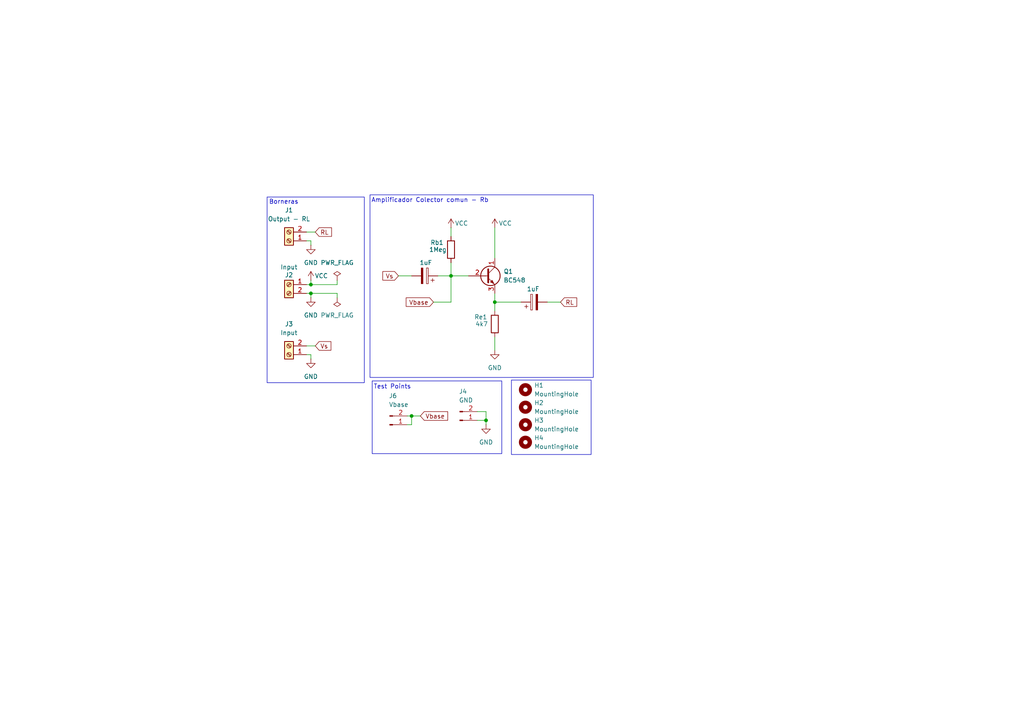
<source format=kicad_sch>
(kicad_sch (version 20231120) (generator "eeschema") (generator_version "8.0")
  (paper "A4")
  (lib_symbols
    (symbol "Connector:Conn_01x02_Pin" (pin_names (offset 1.016) hide)
      (property "Reference" "J" (at 0 2.54 0))
      (property "Value" "Conn_01x02_Pin" (at 0 -5.08 0))
      (symbol "Conn_01x02_Pin_1_1"
        (polyline (pts (xy 1.27 -2.54) (xy 0.8636 -2.54)) (stroke (width 0.1524)))
        (polyline (pts (xy 1.27 0) (xy 0.8636 0)) (stroke (width 0.1524)))
        (rectangle (start 0.8636 -2.413) (end 0 -2.667) (stroke (width 0.1524)) (fill (type outline)))
        (rectangle (start 0.8636 0.127) (end 0 -0.127) (stroke (width 0.1524)) (fill (type outline)))
        (pin passive line (at 5.08 0 180) (length 3.81) (name "Pin_1") (number "1"))
        (pin passive line (at 5.08 -2.54 180) (length 3.81) (name "Pin_2") (number "2"))
      )
    )
    (symbol "Connector:Screw_Terminal_01x02" (pin_names (offset 1.016) hide)
      (property "Reference" "J" (at 0 2.54 0))
      (property "Value" "Screw_Terminal_01x02" (at 0 -5.08 0))
      (symbol "Screw_Terminal_01x02_1_1"
        (rectangle (start -1.27 1.27) (end 1.27 -3.81) (stroke (width 0.254)) (fill (type background)))
        (circle (center 0 -2.54) (radius 0.635) (stroke (width 0.1524)))
        (polyline (pts (xy -0.5334 -2.2098) (xy 0.3302 -3.048)) (stroke (width 0.1524)))
        (polyline (pts (xy -0.5334 0.3302) (xy 0.3302 -0.508)) (stroke (width 0.1524)))
        (polyline (pts (xy -0.3556 -2.032) (xy 0.508 -2.8702)) (stroke (width 0.1524)))
        (polyline (pts (xy -0.3556 0.508) (xy 0.508 -0.3302)) (stroke (width 0.1524)))
        (circle (center 0 0) (radius 0.635) (stroke (width 0.1524)))
        (pin passive line (at -5.08 0 0) (length 3.81) (name "Pin_1") (number "1"))
        (pin passive line (at -5.08 -2.54 0) (length 3.81) (name "Pin_2") (number "2"))
      )
    )
    (symbol "Device:C_Polarized" (pin_numbers hide) (pin_names (offset 0.254))
      (property "Reference" "C" (at 0.635 2.54 0))
      (property "Value" "C_Polarized" (at 0.635 -2.54 0))
      (symbol "C_Polarized_0_1"
        (rectangle (start -2.286 0.508) (end 2.286 1.016))
        (polyline (pts (xy -1.778 2.286) (xy -0.762 2.286)))
        (polyline (pts (xy -1.27 2.794) (xy -1.27 1.778)))
        (rectangle (start 2.286 -0.508) (end -2.286 -1.016) (fill (type outline)))
      )
      (symbol "C_Polarized_1_1"
        (pin passive line (at 0 3.81 270) (length 2.794) (name "~") (number "1"))
        (pin passive line (at 0 -3.81 90) (length 2.794) (name "~") (number "2"))
      )
    )
    (symbol "Device:R" (pin_numbers hide) (pin_names (offset 0))
      (property "Reference" "R" (at 2.032 0 90))
      (property "Value" "R" (at 0 0 90))
      (symbol "R_0_1"
        (rectangle (start -1.016 -2.54) (end 1.016 2.54) (stroke (width 0.254)))
      )
      (symbol "R_1_1"
        (pin passive line (at 0 3.81 270) (length 1.27) (name "~") (number "1"))
        (pin passive line (at 0 -3.81 90) (length 1.27) (name "~") (number "2"))
      )
    )
    (symbol "Mechanical:MountingHole" (pin_names (offset 1.016)) (exclude_from_sim yes) (in_bom no)
      (property "Reference" "H" (at 0 5.08 0))
      (property "Value" "MountingHole" (at 0 3.175 0))
      (symbol "MountingHole_0_1"
        (circle (center 0 0) (radius 1.27) (stroke (width 1.27)))
      )
    )
    (symbol "Transistor_BJT:BC548" (pin_names (offset 0) hide)
      (property "Reference" "Q" (at 5.08 1.905 0))
      (property "Value" "BC548" (at 5.08 0 0))
      (symbol "BC548_0_1"
        (polyline (pts (xy 0 0) (xy 0.635 0)))
        (polyline (pts (xy 0.635 0.635) (xy 2.54 2.54)))
        (polyline (pts (xy 0.635 -0.635) (xy 2.54 -2.54) (xy 2.54 -2.54)))
        (polyline (pts (xy 0.635 1.905) (xy 0.635 -1.905) (xy 0.635 -1.905)) (stroke (width 0.508)))
        (polyline (pts (xy 1.27 -1.778) (xy 1.778 -1.27) (xy 2.286 -2.286) (xy 1.27 -1.778) (xy 1.27 -1.778)) (fill (type outline)))
        (circle (center 1.27 0) (radius 2.8194) (stroke (width 0.254)))
      )
      (symbol "BC548_1_1"
        (pin passive line (at 2.54 5.08 270) (length 2.54) (name "C") (number "1"))
        (pin input line (at -5.08 0 0) (length 5.08) (name "B") (number "2"))
        (pin passive line (at 2.54 -5.08 90) (length 2.54) (name "E") (number "3"))
      )
    )
    (symbol "power:GND" (power) (pin_numbers hide) (pin_names (offset 0) hide)
      (property "Value" "GND" (at 0 -3.81 0))
      (symbol "GND_0_1"
        (polyline (pts (xy 0 0) (xy 0 -1.27) (xy 1.27 -1.27) (xy 0 -2.54) (xy -1.27 -1.27) (xy 0 -1.27)))
      )
      (symbol "GND_1_1"
        (pin power_in line (at 0 0 270) (length 0) (name "~") (number "1"))
      )
    )
    (symbol "power:PWR_FLAG" (power) (pin_numbers hide) (pin_names (offset 0) hide)
      (property "Value" "PWR_FLAG" (at 0 3.81 0))
      (symbol "PWR_FLAG_0_0"
        (pin power_out line (at 0 0 90) (length 0) (name "~") (number "1"))
      )
      (symbol "PWR_FLAG_0_1"
        (polyline (pts (xy 0 0) (xy 0 1.27) (xy -1.016 1.905) (xy 0 2.54) (xy 1.016 1.905) (xy 0 1.27)))
      )
    )
    (symbol "power:VCC" (power) (pin_numbers hide) (pin_names (offset 0) hide)
      (property "Value" "VCC" (at 0 3.556 0))
      (symbol "VCC_0_1"
        (polyline (pts (xy -0.762 1.27) (xy 0 2.54)))
        (polyline (pts (xy 0 0) (xy 0 2.54)))
        (polyline (pts (xy 0 2.54) (xy 0.762 1.27)))
      )
      (symbol "VCC_1_1"
        (pin power_in line (at 0 0 90) (length 0) (name "~") (number "1"))
      )
    )
  )
  (junction (at 130.81 80.01))
  (junction (at 119.38 120.65))
  (junction (at 90.17 82.55))
  (junction (at 90.17 85.09))
  (junction (at 143.51 87.63))
  (junction (at 140.97 121.92))
  (wire (pts (xy 143.51 85.09) (xy 143.51 87.63)))
  (wire (pts (xy 88.9 100.33) (xy 91.44 100.33)))
  (wire (pts (xy 88.9 67.31) (xy 91.44 67.31)))
  (wire (pts (xy 130.81 66.04) (xy 130.81 68.58)))
  (wire (pts (xy 158.75 87.63) (xy 162.56 87.63)))
  (wire (pts (xy 143.51 87.63) (xy 143.51 90.17)))
  (wire (pts (xy 138.43 119.38) (xy 140.97 119.38)))
  (wire (pts (xy 97.79 82.55) (xy 97.79 81.28)))
  (wire (pts (xy 88.9 102.87) (xy 90.17 102.87)))
  (wire (pts (xy 88.9 82.55) (xy 90.17 82.55)))
  (wire (pts (xy 143.51 87.63) (xy 151.13 87.63)))
  (wire (pts (xy 90.17 69.85) (xy 88.9 69.85)))
  (wire (pts (xy 140.97 121.92) (xy 140.97 123.19)))
  (wire (pts (xy 130.81 87.63) (xy 130.81 80.01)))
  (wire (pts (xy 140.97 119.38) (xy 140.97 121.92)))
  (wire (pts (xy 130.81 76.2) (xy 130.81 80.01)))
  (wire (pts (xy 88.9 85.09) (xy 90.17 85.09)))
  (wire (pts (xy 119.38 120.65) (xy 121.92 120.65)))
  (wire (pts (xy 90.17 71.12) (xy 90.17 69.85)))
  (wire (pts (xy 90.17 85.09) (xy 97.79 85.09)))
  (wire (pts (xy 118.11 123.19) (xy 119.38 123.19)))
  (wire (pts (xy 143.51 66.04) (xy 143.51 74.93)))
  (wire (pts (xy 97.79 85.09) (xy 97.79 86.36)))
  (wire (pts (xy 130.81 80.01) (xy 135.89 80.01)))
  (wire (pts (xy 119.38 123.19) (xy 119.38 120.65)))
  (wire (pts (xy 90.17 82.55) (xy 97.79 82.55)))
  (wire (pts (xy 90.17 82.55) (xy 90.17 81.28)))
  (wire (pts (xy 115.57 80.01) (xy 119.38 80.01)))
  (wire (pts (xy 127 80.01) (xy 130.81 80.01)))
  (wire (pts (xy 143.51 97.79) (xy 143.51 101.6)))
  (wire (pts (xy 90.17 102.87) (xy 90.17 104.14)))
  (wire (pts (xy 138.43 121.92) (xy 140.97 121.92)))
  (wire (pts (xy 118.11 120.65) (xy 119.38 120.65)))
  (wire (pts (xy 90.17 85.09) (xy 90.17 86.36)))
  (wire (pts (xy 125.73 87.63) (xy 130.81 87.63)))
  (rectangle (start 107.95 110.49) (end 145.542 131.572))
  (rectangle (start 148.336 110.236) (end 171.45 131.826))
  (rectangle (start 77.47 57.15) (end 105.664 110.998))
  (rectangle (start 107.315 56.515) (end 172.085 109.474))
  (text "Test Points" (at 113.792 112.268 0) (effects (font (size 1.27 1.27))))
  (text "Amplificador Colector comun - Rb\n" (at 124.714 58.166 0) (effects (font (size 1.27 1.27))))
  (text "Borneras" (at 82.296 58.674 0) (effects (font (size 1.27 1.27))))
  (global_label "Vs" (shape input) (at 115.57 80.01 180) (property "Intersheetrefs" "${INTERSHEET_REFS}" (effects (hide yes))))
  (global_label "RL" (shape input) (at 91.44 67.31 0) (property "Intersheetrefs" "${INTERSHEET_REFS}" (effects (hide yes))))
  (global_label "Vs" (shape input) (at 91.44 100.33 0) (property "Intersheetrefs" "${INTERSHEET_REFS}" (effects (hide yes))))
  (global_label "RL" (shape input) (at 162.56 87.63 0) (property "Intersheetrefs" "${INTERSHEET_REFS}" (effects (hide yes))))
  (global_label "Vbase" (shape input) (at 125.73 87.63 180) (property "Intersheetrefs" "${INTERSHEET_REFS}" (effects (hide yes))))
  (global_label "Vbase" (shape input) (at 121.92 120.65 0) (property "Intersheetrefs" "${INTERSHEET_REFS}" (effects (hide yes))))
  (symbol (lib_id "Mechanical:MountingHole") (at 152.4 128.27 0) (unit 1) (exclude_from_sim yes) (in_bom no)
    (property "Reference" "H4" (at 154.94 126.9999 0) (effects (justify left)))
    (property "Value" "MountingHole" (at 154.94 129.5399 0) (effects (justify left)))
    (property "Footprint" "MountingHole:MountingHole_3.2mm_M3" (effects (hide yes)))
    (property "Description" "Mounting Hole without connection" (effects (hide yes)))
  )
  (symbol (lib_id "Connector:Screw_Terminal_01x02") (at 83.82 102.87 180) (unit 1)
    (property "Reference" "J3" (at 83.82 93.98 0))
    (property "Value" "Input" (at 83.82 96.52 0))
    (property "Footprint" "TerminalBlock:TerminalBlock_bornier-2_P5.08mm" (effects (hide yes)))
    (property "Description" "Generic screw terminal, single row, 01x02, script generated (kicad-library-utils/schlib/autogen/connector/)" (effects (hide yes)))
  )
  (symbol (lib_id "Mechanical:MountingHole") (at 152.4 118.11 0) (unit 1) (exclude_from_sim yes) (in_bom no)
    (property "Reference" "H2" (at 154.94 116.8399 0) (effects (justify left)))
    (property "Value" "MountingHole" (at 154.94 119.3799 0) (effects (justify left)))
    (property "Footprint" "MountingHole:MountingHole_3.2mm_M3" (effects (hide yes)))
    (property "Description" "Mounting Hole without connection" (effects (hide yes)))
  )
  (symbol (lib_id "Connector:Screw_Terminal_01x02") (at 83.82 82.55 0) (mirror y) (unit 1)
    (property "Reference" "J2" (at 83.82 79.756 0))
    (property "Value" "Input" (at 83.82 77.47 0))
    (property "Footprint" "TerminalBlock:TerminalBlock_bornier-2_P5.08mm" (effects (hide yes)))
    (property "Description" "Generic screw terminal, single row, 01x02, script generated (kicad-library-utils/schlib/autogen/connector/)" (effects (hide yes)))
  )
  (symbol (lib_id "power:VCC") (at 143.51 66.04 0) (unit 1)
    (property "Reference" "#PWR07" (effects (hide yes)))
    (property "Value" "VCC" (at 146.558 64.77 0))
    (property "Description" "Power symbol creates a global label with name \"VCC\"" (effects (hide yes)))
  )
  (symbol (lib_id "Device:R") (at 130.81 72.39 0) (unit 1)
    (property "Reference" "Rb1" (at 126.746 70.358 0))
    (property "Value" "1Meg" (at 127 72.39 0))
    (property "Footprint" "Resistor_THT:R_Axial_DIN0207_L6.3mm_D2.5mm_P10.16mm_Horizontal" (effects (hide yes)))
    (property "Description" "Resistor" (effects (hide yes)))
  )
  (symbol (lib_id "Device:C_Polarized") (at 154.94 87.63 90) (unit 1)
    (property "Reference" "C2" (effects (hide yes)))
    (property "Value" "1uF" (at 156.464 83.82 90) (effects (justify left)))
    (property "Footprint" "Capacitor_THT:CP_Radial_D5.0mm_P2.50mm" (effects (hide yes)))
    (property "Description" "Polarized capacitor" (effects (hide yes)))
  )
  (symbol (lib_id "power:VCC") (at 90.17 81.28 0) (unit 1)
    (property "Reference" "#PWR04" (effects (hide yes)))
    (property "Value" "VCC" (at 93.218 80.01 0))
    (property "Description" "Power symbol creates a global label with name \"VCC\"" (effects (hide yes)))
  )
  (symbol (lib_id "power:VCC") (at 130.81 66.04 0) (unit 1)
    (property "Reference" "#PWR06" (effects (hide yes)))
    (property "Value" "VCC" (at 133.858 64.77 0))
    (property "Description" "Power symbol creates a global label with name \"VCC\"" (effects (hide yes)))
  )
  (symbol (lib_id "Mechanical:MountingHole") (at 152.4 113.03 0) (unit 1) (exclude_from_sim yes) (in_bom no)
    (property "Reference" "H1" (at 154.94 111.7599 0) (effects (justify left)))
    (property "Value" "MountingHole" (at 154.94 114.2999 0) (effects (justify left)))
    (property "Footprint" "MountingHole:MountingHole_3.2mm_M3" (effects (hide yes)))
    (property "Description" "Mounting Hole without connection" (effects (hide yes)))
  )
  (symbol (lib_id "Device:R") (at 143.51 93.98 0) (unit 1)
    (property "Reference" "Re1" (at 139.446 91.948 0))
    (property "Value" "4k7" (at 139.7 93.98 0))
    (property "Footprint" "Resistor_THT:R_Axial_DIN0207_L6.3mm_D2.5mm_P10.16mm_Horizontal" (effects (hide yes)))
    (property "Description" "Resistor" (effects (hide yes)))
  )
  (symbol (lib_id "Mechanical:MountingHole") (at 152.4 123.19 0) (unit 1) (exclude_from_sim yes) (in_bom no)
    (property "Reference" "H3" (at 154.94 121.9199 0) (effects (justify left)))
    (property "Value" "MountingHole" (at 154.94 124.4599 0) (effects (justify left)))
    (property "Footprint" "MountingHole:MountingHole_3.2mm_M3" (effects (hide yes)))
    (property "Description" "Mounting Hole without connection" (effects (hide yes)))
  )
  (symbol (lib_id "power:PWR_FLAG") (at 97.79 81.28 0) (unit 1)
    (property "Reference" "#FLG01" (effects (hide yes)))
    (property "Value" "PWR_FLAG" (at 97.79 76.2 0))
    (property "Description" "Special symbol for telling ERC where power comes from" (effects (hide yes)))
  )
  (symbol (lib_id "Transistor_BJT:BC548") (at 140.97 80.01 0) (unit 1)
    (property "Reference" "Q1" (at 146.05 78.7399 0) (effects (justify left)))
    (property "Value" "BC548" (at 146.05 81.2799 0) (effects (justify left)))
    (property "Footprint" "Package_TO_SOT_THT:TO-92_Inline" (effects (hide yes)))
    (property "Datasheet" "https://www.onsemi.com/pub/Collateral/BC550-D.pdf" (effects (hide yes)))
    (property "Description" "0.1A Ic, 30V Vce, Small Signal NPN Transistor, TO-92" (effects (hide yes)))
  )
  (symbol (lib_id "power:GND") (at 90.17 86.36 0) (unit 1)
    (property "Reference" "#PWR01" (effects (hide yes)))
    (property "Value" "GND" (at 90.17 91.44 0))
    (property "Description" "Power symbol creates a global label with name \"GND\" , ground" (effects (hide yes)))
  )
  (symbol (lib_id "power:GND") (at 90.17 104.14 0) (unit 1)
    (property "Reference" "#PWR03" (effects (hide yes)))
    (property "Value" "GND" (at 90.17 109.22 0))
    (property "Description" "Power symbol creates a global label with name \"GND\" , ground" (effects (hide yes)))
  )
  (symbol (lib_id "Connector:Screw_Terminal_01x02") (at 83.82 69.85 180) (unit 1)
    (property "Reference" "J1" (at 83.82 60.96 0))
    (property "Value" "Output - RL" (at 83.82 63.5 0))
    (property "Footprint" "TerminalBlock:TerminalBlock_bornier-2_P5.08mm" (effects (hide yes)))
    (property "Description" "Generic screw terminal, single row, 01x02, script generated (kicad-library-utils/schlib/autogen/connector/)" (effects (hide yes)))
  )
  (symbol (lib_id "power:GND") (at 90.17 71.12 0) (mirror y) (unit 1)
    (property "Reference" "#PWR02" (effects (hide yes)))
    (property "Value" "GND" (at 90.17 76.2 0))
    (property "Description" "Power symbol creates a global label with name \"GND\" , ground" (effects (hide yes)))
  )
  (symbol (lib_id "power:PWR_FLAG") (at 97.79 86.36 180) (unit 1)
    (property "Reference" "#FLG02" (effects (hide yes)))
    (property "Value" "PWR_FLAG" (at 97.79 91.44 0))
    (property "Description" "Special symbol for telling ERC where power comes from" (effects (hide yes)))
  )
  (symbol (lib_id "power:GND") (at 140.97 123.19 0) (unit 1)
    (property "Reference" "#PWR09" (effects (hide yes)))
    (property "Value" "GND" (at 140.97 128.27 0))
    (property "Description" "Power symbol creates a global label with name \"GND\" , ground" (effects (hide yes)))
  )
  (symbol (lib_id "power:GND") (at 143.51 101.6 0) (unit 1)
    (property "Reference" "#PWR05" (effects (hide yes)))
    (property "Value" "GND" (at 143.51 106.68 0))
    (property "Description" "Power symbol creates a global label with name \"GND\" , ground" (effects (hide yes)))
  )
  (symbol (lib_id "Connector:Conn_01x02_Pin") (at 133.35 121.92 0) (mirror x) (unit 1)
    (property "Reference" "J4" (at 133.096 113.538 0) (effects (justify left)))
    (property "Value" "GND" (at 133.096 116.078 0) (effects (justify left)))
    (property "Footprint" "Connector_PinHeader_2.54mm:PinHeader_1x02_P2.54mm_Vertical" (effects (hide yes)))
    (property "Description" "Generic connector, single row, 01x02, script generated" (effects (hide yes)))
  )
  (symbol (lib_id "Connector:Conn_01x02_Pin") (at 113.03 123.19 0) (mirror x) (unit 1)
    (property "Reference" "J6" (at 112.776 114.808 0) (effects (justify left)))
    (property "Value" "Vbase" (at 112.776 117.348 0) (effects (justify left)))
    (property "Footprint" "Connector_PinHeader_2.54mm:PinHeader_1x02_P2.54mm_Vertical" (effects (hide yes)))
    (property "Description" "Generic connector, single row, 01x02, script generated" (effects (hide yes)))
  )
  (symbol (lib_id "Device:C_Polarized") (at 123.19 80.01 270) (mirror x) (unit 1)
    (property "Reference" "C1" (effects (hide yes)))
    (property "Value" "1uF" (at 121.666 76.2 90) (effects (justify left)))
    (property "Footprint" "Capacitor_THT:CP_Radial_D5.0mm_P2.50mm" (effects (hide yes)))
    (property "Description" "Polarized capacitor" (effects (hide yes)))
  )
)
</source>
